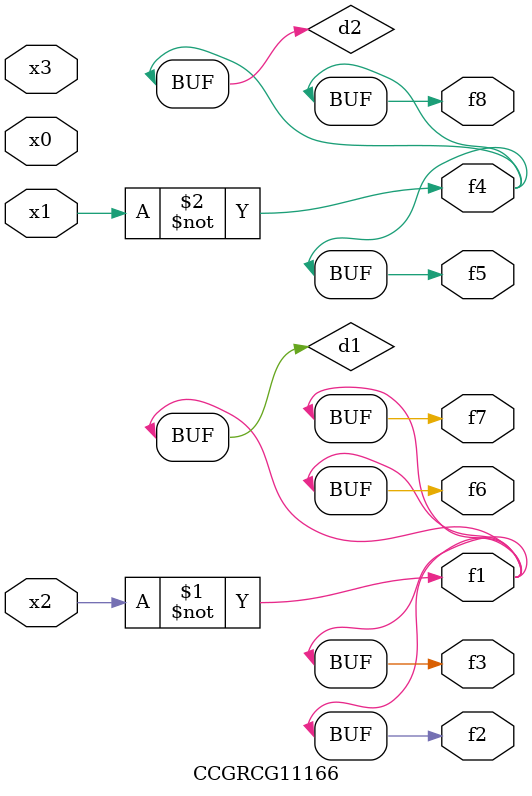
<source format=v>
module CCGRCG11166(
	input x0, x1, x2, x3,
	output f1, f2, f3, f4, f5, f6, f7, f8
);

	wire d1, d2;

	xnor (d1, x2);
	not (d2, x1);
	assign f1 = d1;
	assign f2 = d1;
	assign f3 = d1;
	assign f4 = d2;
	assign f5 = d2;
	assign f6 = d1;
	assign f7 = d1;
	assign f8 = d2;
endmodule

</source>
